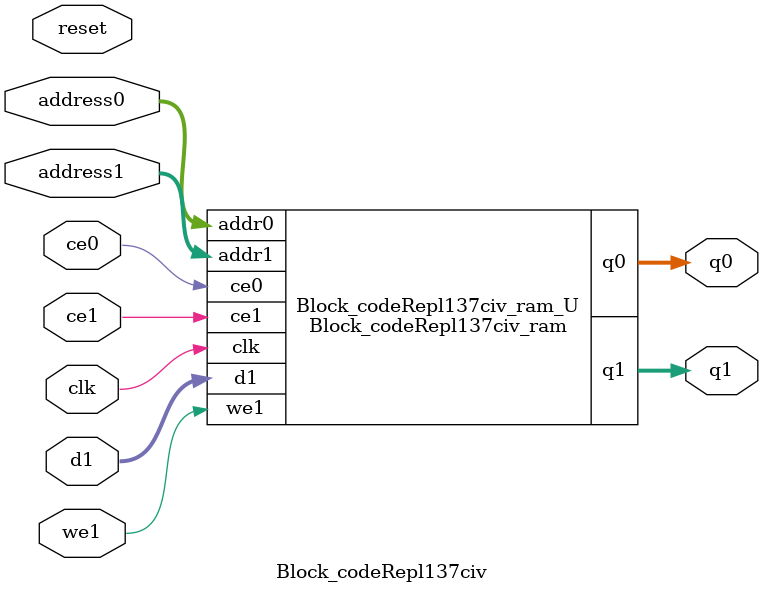
<source format=v>
`timescale 1 ns / 1 ps
module Block_codeRepl137civ_ram (addr0, ce0, q0, addr1, ce1, d1, we1, q1,  clk);

parameter DWIDTH = 5;
parameter AWIDTH = 8;
parameter MEM_SIZE = 192;

input[AWIDTH-1:0] addr0;
input ce0;
output reg[DWIDTH-1:0] q0;
input[AWIDTH-1:0] addr1;
input ce1;
input[DWIDTH-1:0] d1;
input we1;
output reg[DWIDTH-1:0] q1;
input clk;

(* ram_style = "distributed" *)reg [DWIDTH-1:0] ram[0:MEM_SIZE-1];




always @(posedge clk)  
begin 
    if (ce0) begin
        q0 <= ram[addr0];
    end
end


always @(posedge clk)  
begin 
    if (ce1) begin
        if (we1) 
            ram[addr1] <= d1; 
        q1 <= ram[addr1];
    end
end


endmodule

`timescale 1 ns / 1 ps
module Block_codeRepl137civ(
    reset,
    clk,
    address0,
    ce0,
    q0,
    address1,
    ce1,
    we1,
    d1,
    q1);

parameter DataWidth = 32'd5;
parameter AddressRange = 32'd192;
parameter AddressWidth = 32'd8;
input reset;
input clk;
input[AddressWidth - 1:0] address0;
input ce0;
output[DataWidth - 1:0] q0;
input[AddressWidth - 1:0] address1;
input ce1;
input we1;
input[DataWidth - 1:0] d1;
output[DataWidth - 1:0] q1;



Block_codeRepl137civ_ram Block_codeRepl137civ_ram_U(
    .clk( clk ),
    .addr0( address0 ),
    .ce0( ce0 ),
    .q0( q0 ),
    .addr1( address1 ),
    .ce1( ce1 ),
    .we1( we1 ),
    .d1( d1 ),
    .q1( q1 ));

endmodule


</source>
